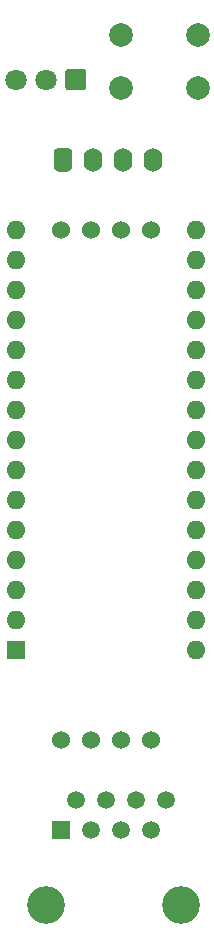
<source format=gbs>
%TF.GenerationSoftware,KiCad,Pcbnew,(5.1.10-1-10_14)*%
%TF.CreationDate,2021-10-26T12:06:02+11:00*%
%TF.ProjectId,bkm10iRduino_shield,626b6d31-3069-4526-9475-696e6f5f7368,rev?*%
%TF.SameCoordinates,Original*%
%TF.FileFunction,Soldermask,Bot*%
%TF.FilePolarity,Negative*%
%FSLAX46Y46*%
G04 Gerber Fmt 4.6, Leading zero omitted, Abs format (unit mm)*
G04 Created by KiCad (PCBNEW (5.1.10-1-10_14)) date 2021-10-26 12:06:02*
%MOMM*%
%LPD*%
G01*
G04 APERTURE LIST*
%ADD10O,1.600000X1.600000*%
%ADD11R,1.600000X1.600000*%
%ADD12C,2.000000*%
%ADD13C,1.524000*%
%ADD14C,1.800000*%
%ADD15C,1.500000*%
%ADD16R,1.500000X1.500000*%
%ADD17C,3.200000*%
%ADD18O,1.600000X2.000000*%
G04 APERTURE END LIST*
D10*
%TO.C,A1*%
X175260000Y-68580000D03*
X160020000Y-68580000D03*
X175260000Y-104140000D03*
X160020000Y-71120000D03*
X175260000Y-101600000D03*
X160020000Y-73660000D03*
X175260000Y-99060000D03*
X160020000Y-76200000D03*
X175260000Y-96520000D03*
X160020000Y-78740000D03*
X175260000Y-93980000D03*
X160020000Y-81280000D03*
X175260000Y-91440000D03*
X160020000Y-83820000D03*
X175260000Y-88900000D03*
X160020000Y-86360000D03*
X175260000Y-86360000D03*
X160020000Y-88900000D03*
X175260000Y-83820000D03*
X160020000Y-91440000D03*
X175260000Y-81280000D03*
X160020000Y-93980000D03*
X175260000Y-78740000D03*
X160020000Y-96520000D03*
X175260000Y-76200000D03*
X160020000Y-99060000D03*
X175260000Y-73660000D03*
X160020000Y-101600000D03*
X175260000Y-71120000D03*
D11*
X160020000Y-104140000D03*
%TD*%
D12*
%TO.C,SW1*%
X175410000Y-52070000D03*
X175410000Y-56570000D03*
X168910000Y-52070000D03*
X168910000Y-56570000D03*
%TD*%
D13*
%TO.C,U2*%
X163830000Y-111760000D03*
X166370000Y-111760000D03*
X168910000Y-111760000D03*
X171450000Y-111760000D03*
X163830000Y-68580000D03*
X166370000Y-68580000D03*
X168910000Y-68580000D03*
X171450000Y-68580000D03*
%TD*%
D14*
%TO.C,U1*%
X160020000Y-55880000D03*
X162560000Y-55880000D03*
G36*
G01*
X166000000Y-55228400D02*
X166000000Y-56531600D01*
G75*
G02*
X165751600Y-56780000I-248400J0D01*
G01*
X164448400Y-56780000D01*
G75*
G02*
X164200000Y-56531600I0J248400D01*
G01*
X164200000Y-55228400D01*
G75*
G02*
X164448400Y-54980000I248400J0D01*
G01*
X165751600Y-54980000D01*
G75*
G02*
X166000000Y-55228400I0J-248400D01*
G01*
G37*
%TD*%
D15*
%TO.C,J1*%
X172720000Y-116840000D03*
X171450000Y-119380000D03*
X170180000Y-116840000D03*
X168910000Y-119380000D03*
X167640000Y-116840000D03*
X166370000Y-119380000D03*
X165100000Y-116840000D03*
D16*
X163830000Y-119380000D03*
D17*
X162560000Y-125730000D03*
X173990000Y-125730000D03*
%TD*%
D18*
%TO.C,Brd1*%
X166560000Y-62670000D03*
G36*
G01*
X163620000Y-61670000D02*
X164420000Y-61670000D01*
G75*
G02*
X164820000Y-62070000I0J-400000D01*
G01*
X164820000Y-63270000D01*
G75*
G02*
X164420000Y-63670000I-400000J0D01*
G01*
X163620000Y-63670000D01*
G75*
G02*
X163220000Y-63270000I0J400000D01*
G01*
X163220000Y-62070000D01*
G75*
G02*
X163620000Y-61670000I400000J0D01*
G01*
G37*
X169100000Y-62670000D03*
X171640000Y-62670000D03*
%TD*%
M02*

</source>
